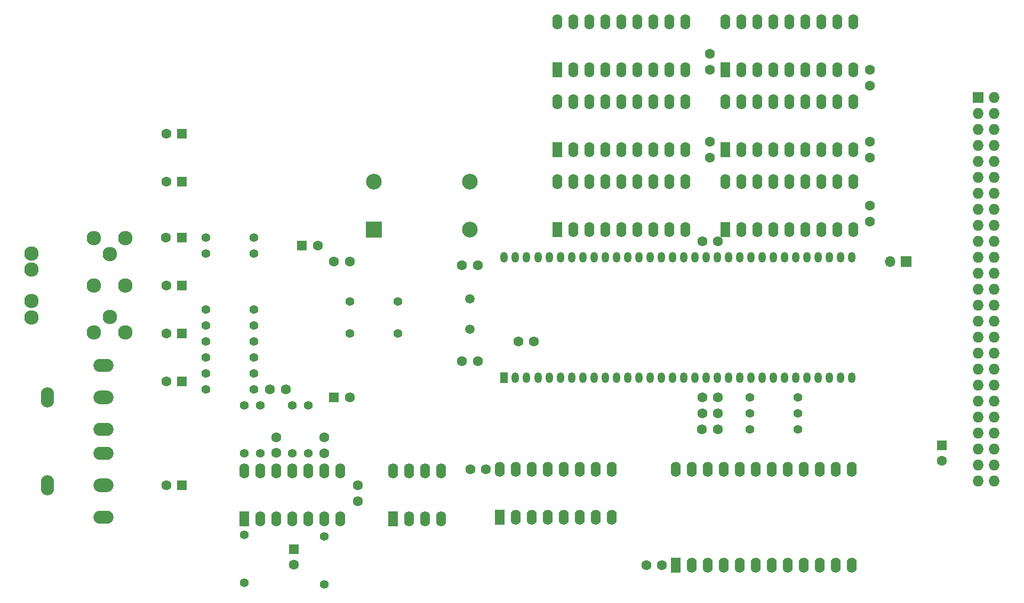
<source format=gbr>
G04 #@! TF.FileFunction,Soldermask,Bot*
%FSLAX46Y46*%
G04 Gerber Fmt 4.6, Leading zero omitted, Abs format (unit mm)*
G04 Created by KiCad (PCBNEW 4.0.7-e2-6376~61~ubuntu18.04.1) date Wed Dec  5 23:40:49 2018*
%MOMM*%
%LPD*%
G01*
G04 APERTURE LIST*
%ADD10C,0.100000*%
%ADD11R,1.600000X1.600000*%
%ADD12C,1.600000*%
%ADD13R,1.200000X1.700000*%
%ADD14O,1.200000X1.700000*%
%ADD15R,1.727200X1.727200*%
%ADD16O,1.727200X1.727200*%
%ADD17C,1.397000*%
%ADD18R,1.600000X2.400000*%
%ADD19O,1.600000X2.400000*%
%ADD20C,1.500000*%
%ADD21R,2.500000X2.500000*%
%ADD22C,2.500000*%
%ADD23R,1.700000X1.700000*%
%ADD24O,1.700000X1.700000*%
%ADD25C,2.300000*%
%ADD26O,3.197860X2.100000*%
%ADD27O,2.100000X3.197860*%
%ADD28O,3.197860X2.200000*%
G04 APERTURE END LIST*
D10*
D11*
X113030000Y-113030000D03*
D12*
X115530000Y-113030000D03*
D13*
X140050000Y-109880400D03*
D14*
X141830000Y-109880400D03*
X143610000Y-109880400D03*
X145390000Y-109880400D03*
X147170000Y-109880400D03*
X148950000Y-109880400D03*
X150730000Y-109880400D03*
X152510000Y-109880400D03*
X154290000Y-109880400D03*
X156070000Y-109880400D03*
X157850000Y-109880400D03*
X159630000Y-109880400D03*
X161410000Y-109880400D03*
X163190000Y-109880400D03*
X164970000Y-109880400D03*
X166750000Y-109880400D03*
X168530000Y-109880400D03*
X170310000Y-109880400D03*
X172090000Y-109880400D03*
X173870000Y-109880400D03*
X175650000Y-109880400D03*
X177430000Y-109880400D03*
X179210000Y-109880400D03*
X180990000Y-109880400D03*
X182770000Y-109880400D03*
X184550000Y-109880400D03*
X186330000Y-109880400D03*
X188110000Y-109880400D03*
X189890000Y-109880400D03*
X191670000Y-109880400D03*
X193450000Y-109880400D03*
X195230000Y-109880400D03*
X195230000Y-90779600D03*
X193450000Y-90779600D03*
X191670000Y-90779600D03*
X189890000Y-90779600D03*
X188110000Y-90779600D03*
X186330000Y-90779600D03*
X184550000Y-90779600D03*
X182770000Y-90779600D03*
X180990000Y-90779600D03*
X179210000Y-90779600D03*
X177430000Y-90779600D03*
X175650000Y-90779600D03*
X173870000Y-90779600D03*
X172090000Y-90779600D03*
X170310000Y-90779600D03*
X168530000Y-90779600D03*
X166750000Y-90779600D03*
X164970000Y-90779600D03*
X163190000Y-90779600D03*
X161410000Y-90779600D03*
X159630000Y-90779600D03*
X157850000Y-90779600D03*
X156070000Y-90779600D03*
X154290000Y-90779600D03*
X152510000Y-90779600D03*
X150730000Y-90779600D03*
X148950000Y-90779600D03*
X147170000Y-90779600D03*
X145390000Y-90779600D03*
X143610000Y-90779600D03*
X141830000Y-90779600D03*
X140050000Y-90779600D03*
D15*
X215265000Y-65405000D03*
D16*
X217805000Y-65405000D03*
X215265000Y-67945000D03*
X217805000Y-67945000D03*
X215265000Y-70485000D03*
X217805000Y-70485000D03*
X215265000Y-73025000D03*
X217805000Y-73025000D03*
X215265000Y-75565000D03*
X217805000Y-75565000D03*
X215265000Y-78105000D03*
X217805000Y-78105000D03*
X215265000Y-80645000D03*
X217805000Y-80645000D03*
X215265000Y-83185000D03*
X217805000Y-83185000D03*
X215265000Y-85725000D03*
X217805000Y-85725000D03*
X215265000Y-88265000D03*
X217805000Y-88265000D03*
X215265000Y-90805000D03*
X217805000Y-90805000D03*
X215265000Y-93345000D03*
X217805000Y-93345000D03*
X215265000Y-95885000D03*
X217805000Y-95885000D03*
X215265000Y-98425000D03*
X217805000Y-98425000D03*
X215265000Y-100965000D03*
X217805000Y-100965000D03*
X215265000Y-103505000D03*
X217805000Y-103505000D03*
X215265000Y-106045000D03*
X217805000Y-106045000D03*
X215265000Y-108585000D03*
X217805000Y-108585000D03*
X215265000Y-111125000D03*
X217805000Y-111125000D03*
X215265000Y-113665000D03*
X217805000Y-113665000D03*
X215265000Y-116205000D03*
X217805000Y-116205000D03*
X215265000Y-118745000D03*
X217805000Y-118745000D03*
X215265000Y-121285000D03*
X217805000Y-121285000D03*
X215265000Y-123825000D03*
X217805000Y-123825000D03*
X215265000Y-126365000D03*
X217805000Y-126365000D03*
D17*
X98806000Y-134874000D03*
X98806000Y-142494000D03*
X111506000Y-142748000D03*
X111506000Y-135128000D03*
X108966000Y-114300000D03*
X108966000Y-121920000D03*
X101346000Y-114300000D03*
X101346000Y-121920000D03*
X98806000Y-114300000D03*
X98806000Y-121920000D03*
X106426000Y-121920000D03*
X106426000Y-114300000D03*
X186690000Y-115570000D03*
X179070000Y-115570000D03*
X186690000Y-118110000D03*
X179070000Y-118110000D03*
X186690000Y-113030000D03*
X179070000Y-113030000D03*
X123190000Y-102870000D03*
X115570000Y-102870000D03*
X123190000Y-97790000D03*
X115570000Y-97790000D03*
X100330000Y-109220000D03*
X92710000Y-109220000D03*
X100330000Y-106680000D03*
X92710000Y-106680000D03*
X100330000Y-104140000D03*
X92710000Y-104140000D03*
X100330000Y-101600000D03*
X92710000Y-101600000D03*
X100330000Y-99060000D03*
X92710000Y-99060000D03*
X100330000Y-90170000D03*
X92710000Y-90170000D03*
X100330000Y-87630000D03*
X92710000Y-87630000D03*
X92710000Y-111760000D03*
X100330000Y-111760000D03*
D18*
X139319000Y-132080000D03*
D19*
X157099000Y-124460000D03*
X141859000Y-132080000D03*
X154559000Y-124460000D03*
X144399000Y-132080000D03*
X152019000Y-124460000D03*
X146939000Y-132080000D03*
X149479000Y-124460000D03*
X149479000Y-132080000D03*
X146939000Y-124460000D03*
X152019000Y-132080000D03*
X144399000Y-124460000D03*
X154559000Y-132080000D03*
X141859000Y-124460000D03*
X157099000Y-132080000D03*
X139319000Y-124460000D03*
D18*
X148463000Y-86360000D03*
D19*
X168783000Y-78740000D03*
X151003000Y-86360000D03*
X166243000Y-78740000D03*
X153543000Y-86360000D03*
X163703000Y-78740000D03*
X156083000Y-86360000D03*
X161163000Y-78740000D03*
X158623000Y-86360000D03*
X158623000Y-78740000D03*
X161163000Y-86360000D03*
X156083000Y-78740000D03*
X163703000Y-86360000D03*
X153543000Y-78740000D03*
X166243000Y-86360000D03*
X151003000Y-78740000D03*
X168783000Y-86360000D03*
X148463000Y-78740000D03*
D18*
X175133000Y-86360000D03*
D19*
X195453000Y-78740000D03*
X177673000Y-86360000D03*
X192913000Y-78740000D03*
X180213000Y-86360000D03*
X190373000Y-78740000D03*
X182753000Y-86360000D03*
X187833000Y-78740000D03*
X185293000Y-86360000D03*
X185293000Y-78740000D03*
X187833000Y-86360000D03*
X182753000Y-78740000D03*
X190373000Y-86360000D03*
X180213000Y-78740000D03*
X192913000Y-86360000D03*
X177673000Y-78740000D03*
X195453000Y-86360000D03*
X175133000Y-78740000D03*
D18*
X148463000Y-73660000D03*
D19*
X168783000Y-66040000D03*
X151003000Y-73660000D03*
X166243000Y-66040000D03*
X153543000Y-73660000D03*
X163703000Y-66040000D03*
X156083000Y-73660000D03*
X161163000Y-66040000D03*
X158623000Y-73660000D03*
X158623000Y-66040000D03*
X161163000Y-73660000D03*
X156083000Y-66040000D03*
X163703000Y-73660000D03*
X153543000Y-66040000D03*
X166243000Y-73660000D03*
X151003000Y-66040000D03*
X168783000Y-73660000D03*
X148463000Y-66040000D03*
D18*
X175133000Y-73660000D03*
D19*
X195453000Y-66040000D03*
X177673000Y-73660000D03*
X192913000Y-66040000D03*
X180213000Y-73660000D03*
X190373000Y-66040000D03*
X182753000Y-73660000D03*
X187833000Y-66040000D03*
X185293000Y-73660000D03*
X185293000Y-66040000D03*
X187833000Y-73660000D03*
X182753000Y-66040000D03*
X190373000Y-73660000D03*
X180213000Y-66040000D03*
X192913000Y-73660000D03*
X177673000Y-66040000D03*
X195453000Y-73660000D03*
X175133000Y-66040000D03*
D18*
X148463000Y-60960000D03*
D19*
X168783000Y-53340000D03*
X151003000Y-60960000D03*
X166243000Y-53340000D03*
X153543000Y-60960000D03*
X163703000Y-53340000D03*
X156083000Y-60960000D03*
X161163000Y-53340000D03*
X158623000Y-60960000D03*
X158623000Y-53340000D03*
X161163000Y-60960000D03*
X156083000Y-53340000D03*
X163703000Y-60960000D03*
X153543000Y-53340000D03*
X166243000Y-60960000D03*
X151003000Y-53340000D03*
X168783000Y-60960000D03*
X148463000Y-53340000D03*
D18*
X167259000Y-139700000D03*
D19*
X195199000Y-124460000D03*
X169799000Y-139700000D03*
X192659000Y-124460000D03*
X172339000Y-139700000D03*
X190119000Y-124460000D03*
X174879000Y-139700000D03*
X187579000Y-124460000D03*
X177419000Y-139700000D03*
X185039000Y-124460000D03*
X179959000Y-139700000D03*
X182499000Y-124460000D03*
X182499000Y-139700000D03*
X179959000Y-124460000D03*
X185039000Y-139700000D03*
X177419000Y-124460000D03*
X187579000Y-139700000D03*
X174879000Y-124460000D03*
X190119000Y-139700000D03*
X172339000Y-124460000D03*
X192659000Y-139700000D03*
X169799000Y-124460000D03*
X195199000Y-139700000D03*
X167259000Y-124460000D03*
D18*
X175133000Y-60960000D03*
D19*
X195453000Y-53340000D03*
X177673000Y-60960000D03*
X192913000Y-53340000D03*
X180213000Y-60960000D03*
X190373000Y-53340000D03*
X182753000Y-60960000D03*
X187833000Y-53340000D03*
X185293000Y-60960000D03*
X185293000Y-53340000D03*
X187833000Y-60960000D03*
X182753000Y-53340000D03*
X190373000Y-60960000D03*
X180213000Y-53340000D03*
X192913000Y-60960000D03*
X177673000Y-53340000D03*
X195453000Y-60960000D03*
X175133000Y-53340000D03*
D18*
X122428000Y-132334000D03*
D19*
X130048000Y-124714000D03*
X124968000Y-132334000D03*
X127508000Y-124714000D03*
X127508000Y-132334000D03*
X124968000Y-124714000D03*
X130048000Y-132334000D03*
X122428000Y-124714000D03*
D20*
X134620000Y-102235000D03*
X134620000Y-97355000D03*
D12*
X133350000Y-107315000D03*
X135850000Y-107315000D03*
X133350000Y-92075000D03*
X135850000Y-92075000D03*
X171490000Y-88265000D03*
X173990000Y-88265000D03*
X198120000Y-85090000D03*
X198120000Y-82590000D03*
X172720000Y-72430000D03*
X172720000Y-74930000D03*
X198120000Y-74930000D03*
X198120000Y-72430000D03*
X172720000Y-60960000D03*
X172720000Y-58460000D03*
X165100000Y-139700000D03*
X162600000Y-139700000D03*
X198120000Y-63500000D03*
X198120000Y-61000000D03*
X105370000Y-111760000D03*
X102870000Y-111760000D03*
D11*
X106680000Y-137160000D03*
D12*
X106680000Y-139660000D03*
X111506000Y-119420000D03*
X111506000Y-121920000D03*
X103886000Y-121880000D03*
X103886000Y-119380000D03*
D11*
X88900000Y-127000000D03*
D12*
X86400000Y-127000000D03*
X173990000Y-113030000D03*
X171490000Y-113030000D03*
X173990000Y-115570000D03*
X171490000Y-115570000D03*
X173950000Y-118110000D03*
X171450000Y-118110000D03*
X137160000Y-124460000D03*
X134660000Y-124460000D03*
D11*
X88900000Y-71120000D03*
D12*
X86400000Y-71120000D03*
D11*
X88900000Y-110490000D03*
D12*
X86400000Y-110490000D03*
D11*
X88900000Y-78740000D03*
D12*
X86400000Y-78740000D03*
D11*
X107950000Y-88900000D03*
D12*
X110450000Y-88900000D03*
D11*
X88900000Y-95250000D03*
D12*
X86400000Y-95250000D03*
X113030000Y-91440000D03*
X115530000Y-91440000D03*
D11*
X88900000Y-102870000D03*
D12*
X86400000Y-102870000D03*
D11*
X88860000Y-87630000D03*
D12*
X86360000Y-87630000D03*
D21*
X119380000Y-86360000D03*
D22*
X119380000Y-78740000D03*
X134620000Y-78740000D03*
X134620000Y-86360000D03*
D12*
X144780000Y-104140000D03*
X142280000Y-104140000D03*
D18*
X98806000Y-132334000D03*
D19*
X114046000Y-124714000D03*
X101346000Y-132334000D03*
X111506000Y-124714000D03*
X103886000Y-132334000D03*
X108966000Y-124714000D03*
X106426000Y-132334000D03*
X106426000Y-124714000D03*
X108966000Y-132334000D03*
X103886000Y-124714000D03*
X111506000Y-132334000D03*
X101346000Y-124714000D03*
X114046000Y-132334000D03*
X98806000Y-124714000D03*
D23*
X203835000Y-91440000D03*
D24*
X201295000Y-91440000D03*
D12*
X116840000Y-129540000D03*
X116840000Y-127040000D03*
D25*
X65030000Y-97750000D03*
X65030000Y-92750000D03*
X77430000Y-90250000D03*
X77430000Y-100250000D03*
X79930000Y-87750000D03*
X79930000Y-102750000D03*
X74930000Y-87750000D03*
X74930000Y-95250000D03*
X74930000Y-102750000D03*
X79930000Y-95250000D03*
X65024000Y-100330000D03*
X65024000Y-90170000D03*
D11*
X209550000Y-120650000D03*
D12*
X209550000Y-123150000D03*
D26*
X76454000Y-132080000D03*
D27*
X67564000Y-127000000D03*
D26*
X76454000Y-121920000D03*
D28*
X76454000Y-127000000D03*
D26*
X76454000Y-118110000D03*
D27*
X67564000Y-113030000D03*
D26*
X76454000Y-107950000D03*
D28*
X76454000Y-113030000D03*
M02*

</source>
